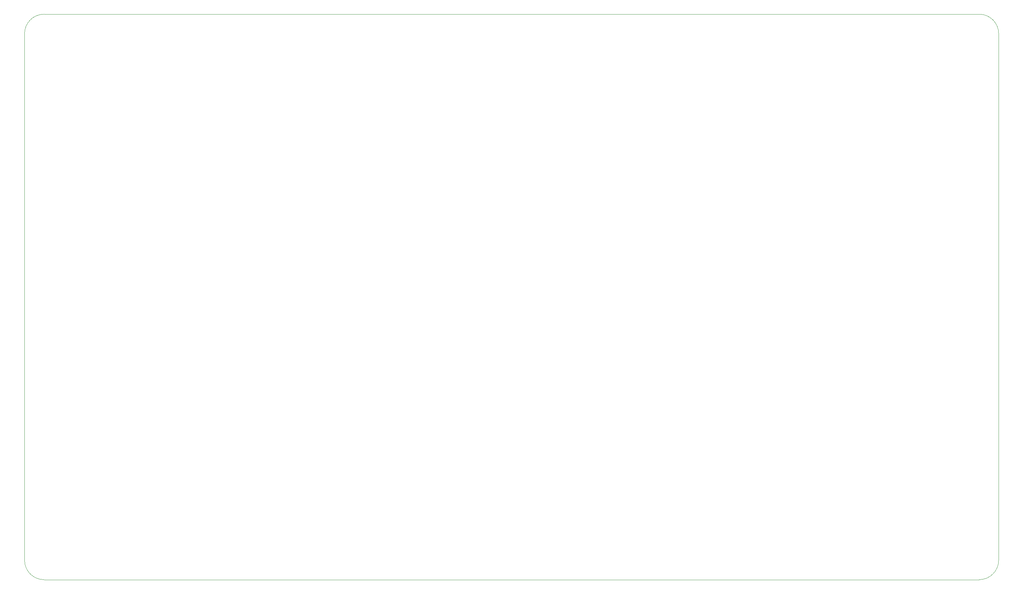
<source format=gm1>
G04 #@! TF.GenerationSoftware,KiCad,Pcbnew,8.0.9*
G04 #@! TF.CreationDate,2025-05-25T13:16:14-05:00*
G04 #@! TF.ProjectId,karca_v2,6b617263-615f-4763-922e-6b696361645f,rev?*
G04 #@! TF.SameCoordinates,Original*
G04 #@! TF.FileFunction,Profile,NP*
%FSLAX46Y46*%
G04 Gerber Fmt 4.6, Leading zero omitted, Abs format (unit mm)*
G04 Created by KiCad (PCBNEW 8.0.9) date 2025-05-25 13:16:14*
%MOMM*%
%LPD*%
G01*
G04 APERTURE LIST*
G04 #@! TA.AperFunction,Profile*
%ADD10C,0.100000*%
G04 #@! TD*
G04 APERTURE END LIST*
D10*
X35886400Y-186385200D02*
G75*
G02*
X30886400Y-181385200I0J5000000D01*
G01*
X30886400Y-181385200D02*
X30886400Y-46385200D01*
X280886400Y-181385200D02*
G75*
G02*
X275886400Y-186385200I-5000000J0D01*
G01*
X280886400Y-46385200D02*
X280886400Y-181385200D01*
X35886400Y-41385200D02*
X275886400Y-41385200D01*
X275886400Y-41385200D02*
G75*
G02*
X280886400Y-46385200I0J-5000000D01*
G01*
X275886400Y-186385200D02*
X35886400Y-186385200D01*
X30886400Y-46385200D02*
G75*
G02*
X35886400Y-41385200I5000000J0D01*
G01*
M02*

</source>
